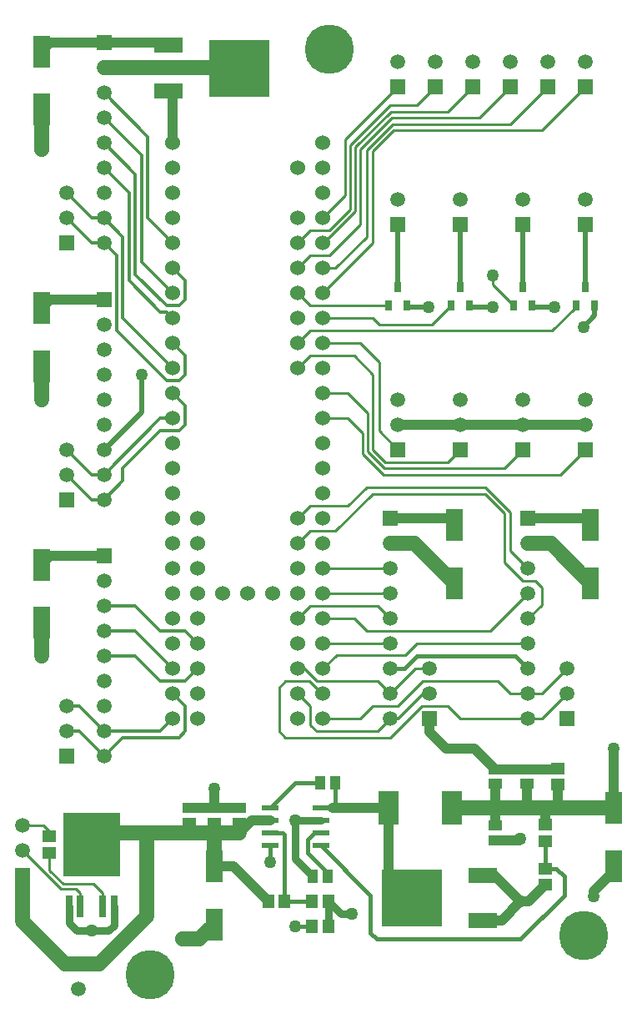
<source format=gtl>
G04*
G04 #@! TF.GenerationSoftware,Altium Limited,Altium Designer,18.0.9 (584)*
G04*
G04 Layer_Physical_Order=1*
G04 Layer_Color=255*
%FSLAX25Y25*%
%MOIN*%
G70*
G01*
G75*
%ADD11C,0.01000*%
%ADD18R,0.07000X0.13000*%
%ADD21R,0.07000X0.02100*%
%ADD32R,0.11811X0.06299*%
%ADD33R,0.24410X0.22835*%
%ADD34R,0.07953X0.13500*%
%ADD35R,0.03150X0.08661*%
%ADD36R,0.22835X0.25197*%
%ADD37R,0.05512X0.04331*%
%ADD38R,0.03150X0.04370*%
%ADD39R,0.05315X0.04528*%
%ADD40R,0.04331X0.05512*%
%ADD41R,0.04528X0.05315*%
%ADD42C,0.04000*%
%ADD43C,0.06000*%
%ADD44C,0.02000*%
%ADD45C,0.03000*%
%ADD46C,0.01500*%
%ADD47C,0.01200*%
%ADD48C,0.06000*%
%ADD49R,0.05906X0.05906*%
%ADD50C,0.05906*%
%ADD51C,0.19685*%
%ADD52C,0.05000*%
D11*
X298228Y159153D02*
Y161122D01*
Y152100D02*
Y159153D01*
X475394Y385925D02*
X483760Y377559D01*
X475394Y385925D02*
Y389764D01*
X451201Y370000D02*
X458760Y377559D01*
X430000Y370000D02*
X451201D01*
X433701Y377500D02*
X433760Y377559D01*
X402500Y377500D02*
X433701D01*
X499154Y367500D02*
X508071Y376417D01*
X402500Y367500D02*
X499154D01*
X319512Y137500D02*
Y143087D01*
X315913Y146685D02*
X319512Y143087D01*
X303643Y146685D02*
X315913D01*
X298228Y152100D02*
X303643Y146685D01*
X308815Y144685D02*
X310535Y142965D01*
X302815Y144685D02*
X308815D01*
X287500Y160000D02*
X302815Y144685D01*
X287500Y170000D02*
X295847D01*
X298228Y167618D01*
X310535Y137500D02*
Y142965D01*
X434473Y205000D02*
X446973Y217500D01*
X392500Y205000D02*
X434473D01*
X446973Y217500D02*
X457500D01*
X462500Y212500D02*
X489500D01*
X457500Y217500D02*
X462500Y212500D01*
X447500Y222500D02*
X450000D01*
X437500Y212500D02*
X447500Y222500D01*
X434500Y212500D02*
X437500D01*
X390000Y207500D02*
X392500Y205000D01*
X402500Y210000D02*
Y217500D01*
Y210000D02*
X405000Y207500D01*
X429500D01*
X434500Y212500D01*
X397500Y222500D02*
X402500Y217500D01*
X429500Y257500D02*
X434500Y252500D01*
X402500Y257500D02*
X429500D01*
X397500Y252500D02*
X402500Y257500D01*
X440547Y238047D02*
X445000Y242500D01*
X413047Y238047D02*
X440547D01*
X445000Y242500D02*
X489500D01*
X407500Y232500D02*
X413047Y238047D01*
X397500Y282500D02*
X402500Y287500D01*
X412500D01*
X427336Y302336D01*
X472336D01*
X397500Y292500D02*
X402500Y297500D01*
X417500D01*
X472336Y302336D02*
X480000Y294672D01*
Y275000D02*
Y294672D01*
Y275000D02*
X487500Y267500D01*
X492500D01*
X495000Y265000D01*
Y258000D02*
Y265000D01*
X489500Y252500D02*
X495000Y258000D01*
X482500Y279500D02*
X489500Y272500D01*
X482500Y279500D02*
Y295000D01*
X472500Y305000D02*
X482500Y295000D01*
X425000Y305000D02*
X472500D01*
X417500Y297500D02*
X425000Y305000D01*
Y247500D02*
X474500D01*
X420000Y252500D02*
X425000Y247500D01*
X407500Y252500D02*
X420000D01*
X474500Y247500D02*
X489500Y262500D01*
X407500Y242500D02*
X434500D01*
X407500Y272500D02*
X434500D01*
X407500Y262500D02*
X434500D01*
X390000Y207500D02*
Y225000D01*
X392500Y227500D01*
X402172D01*
X407172Y222500D01*
X407500D01*
X429500Y227500D02*
X434500Y222500D01*
X405000Y227500D02*
X429500D01*
X400000Y232500D02*
X405000Y227500D01*
X397500Y232500D02*
X400000D01*
X482500Y222500D02*
X489500D01*
X477500Y227500D02*
X482500Y222500D01*
X447500Y227500D02*
X477500D01*
X437500Y217500D02*
X447500Y227500D01*
X444500Y232500D02*
X450000D01*
X434500Y222500D02*
X444500Y232500D01*
X427500Y217500D02*
X437500D01*
X495000Y222500D02*
X505000Y232500D01*
X489500Y222500D02*
X495000D01*
Y212500D02*
X505000Y222500D01*
X489500Y212500D02*
X495000D01*
X422500D02*
X427500Y217500D01*
X407500Y212500D02*
X422500D01*
X434500Y252500D02*
X435350D01*
X397500Y382500D02*
X402500Y377500D01*
X407500Y372500D02*
X427500D01*
X430000Y370000D01*
X416500Y444000D02*
X437500Y465000D01*
X416500Y421500D02*
Y444000D01*
X434343Y457500D02*
X445000D01*
X418500Y441657D02*
X434343Y457500D01*
X407500Y412500D02*
X416500Y421500D01*
X418500Y416000D02*
Y441657D01*
X410000Y407500D02*
X418500Y416000D01*
X420500Y415172D02*
Y440828D01*
X407828Y402500D02*
X420500Y415172D01*
X434672Y455000D02*
X457500D01*
X420500Y440828D02*
X434672Y455000D01*
X495000Y447500D02*
X512500Y465000D01*
X435657Y447500D02*
X495000D01*
X427500Y439343D02*
X435657Y447500D01*
X427500Y402500D02*
Y439343D01*
X407500Y382500D02*
X427500Y402500D01*
X482500Y450000D02*
X497500Y465000D01*
X435328Y450000D02*
X482500D01*
X425000Y439672D02*
X435328Y450000D01*
X425000Y405000D02*
Y439672D01*
X412500Y392500D02*
X425000Y405000D01*
X407500Y392500D02*
X412500D01*
X470000Y452500D02*
X482500Y465000D01*
X435000Y452500D02*
X470000D01*
X422500Y440000D02*
X435000Y452500D01*
X422500Y410000D02*
Y440000D01*
X410000Y397500D02*
X422500Y410000D01*
X402500Y397500D02*
X410000D01*
X397500Y392500D02*
X402500Y397500D01*
X457500Y455000D02*
X467500Y465000D01*
X407500Y402500D02*
X407828D01*
X445000Y457500D02*
X452500Y465000D01*
X402500Y407500D02*
X410000D01*
X397500Y402500D02*
X402500Y407500D01*
X397500Y362500D02*
X402500Y367500D01*
X502500Y310000D02*
X512500Y320000D01*
X431843Y310000D02*
X502500D01*
X423500Y318343D02*
X431843Y310000D01*
X407500Y332500D02*
X417500D01*
X423500Y326500D01*
Y318343D02*
Y326500D01*
X430000Y327500D02*
Y355000D01*
X427500Y320000D02*
Y350000D01*
X425500Y319172D02*
Y334500D01*
X430000Y327500D02*
X437500Y320000D01*
X427500D02*
X432500Y315000D01*
X425500Y319172D02*
X432172Y312500D01*
X407500Y342500D02*
X417500D01*
X425500Y334500D01*
X432172Y312500D02*
X480000D01*
X487500Y320000D01*
X397500Y352500D02*
X402500Y357500D01*
X420000D01*
X427500Y350000D01*
X432500Y315000D02*
X457500D01*
X462500Y320000D01*
X407500Y362500D02*
X422500D01*
X430000Y355000D01*
D18*
X364000Y153650D02*
D03*
Y130350D02*
D03*
X295000Y353350D02*
D03*
Y376650D02*
D03*
Y455850D02*
D03*
Y479150D02*
D03*
Y250850D02*
D03*
Y274150D02*
D03*
X514500Y266700D02*
D03*
Y290000D02*
D03*
X460000Y266700D02*
D03*
Y290000D02*
D03*
X523622Y177004D02*
D03*
Y153704D02*
D03*
D21*
X386400Y177000D02*
D03*
Y172000D02*
D03*
Y167000D02*
D03*
Y162000D02*
D03*
X406600D02*
D03*
Y167000D02*
D03*
Y172000D02*
D03*
Y177000D02*
D03*
D32*
X345669Y481496D02*
D03*
Y463465D02*
D03*
X471500Y150000D02*
D03*
Y131968D02*
D03*
D33*
X374016Y472480D02*
D03*
X443153Y140984D02*
D03*
D34*
X433803Y177000D02*
D03*
X459000D02*
D03*
D35*
X324000Y137500D02*
D03*
X319512D02*
D03*
X310535D02*
D03*
X306047D02*
D03*
D36*
X315024Y162303D02*
D03*
D37*
X489000Y192453D02*
D03*
Y186547D02*
D03*
X476500D02*
D03*
Y192453D02*
D03*
Y169953D02*
D03*
Y164047D02*
D03*
X374000Y177000D02*
D03*
Y171094D02*
D03*
X364000Y177000D02*
D03*
Y171094D02*
D03*
X354000Y177000D02*
D03*
Y171094D02*
D03*
D38*
X516240Y377559D02*
D03*
X508760D02*
D03*
X512500Y385000D02*
D03*
X491240Y377559D02*
D03*
X483760D02*
D03*
X487500Y385000D02*
D03*
X466240Y377559D02*
D03*
X458760D02*
D03*
X462500Y385000D02*
D03*
X441240Y377559D02*
D03*
X433760D02*
D03*
X437500Y385000D02*
D03*
D39*
X298228Y165650D02*
D03*
Y159153D02*
D03*
X501500Y186252D02*
D03*
Y192748D02*
D03*
X496500Y152748D02*
D03*
Y146252D02*
D03*
Y170248D02*
D03*
Y163752D02*
D03*
D40*
X406500Y187000D02*
D03*
X412406D02*
D03*
X403547Y149500D02*
D03*
X409453D02*
D03*
D41*
X392248Y139500D02*
D03*
X385752D02*
D03*
X409748D02*
D03*
X403252D02*
D03*
X409748Y129500D02*
D03*
X403252D02*
D03*
D42*
X374000Y167000D02*
X379000Y172000D01*
X345669Y463465D02*
X347500Y461634D01*
Y442500D02*
Y461634D01*
X344665Y482500D02*
X345669Y481496D01*
X320000Y482500D02*
X344665D01*
X471500Y132000D02*
X479000D01*
X433803Y150397D02*
X443200Y141000D01*
X523622Y151622D02*
Y153543D01*
Y177004D02*
Y200787D01*
X515748Y141732D02*
Y143748D01*
X523622Y151622D01*
X456693Y200787D02*
X468165D01*
X450000Y207480D02*
X456693Y200787D01*
X379000Y172000D02*
X386400D01*
X468165Y200787D02*
X476500Y192453D01*
X450000Y207480D02*
Y212500D01*
X364000Y177000D02*
X374000D01*
X354000D02*
X364000D01*
Y184500D01*
X487500Y330000D02*
X512500D01*
X462500D02*
X487500D01*
X437500D02*
X462500D01*
X433803Y150397D02*
Y177000D01*
X364000Y153650D02*
X371602D01*
X385752Y139500D01*
X501205Y192453D02*
X501500Y192748D01*
X489000Y192453D02*
X501205D01*
X476500D02*
X489000D01*
X486047Y164047D02*
X486500Y164500D01*
X476500Y164047D02*
X486047D01*
X489748Y139500D02*
X496500Y146252D01*
X486500Y139500D02*
X489748D01*
X471500Y150000D02*
X476000D01*
X486500Y139500D01*
X479000Y132000D02*
X486500Y139500D01*
X411500Y177000D02*
X433803D01*
X496500Y170248D02*
Y177000D01*
X501500D02*
Y186252D01*
X489000Y177000D02*
Y186547D01*
X476500Y177000D02*
Y186547D01*
Y169953D02*
Y177000D01*
X457500Y292500D02*
X460000Y290000D01*
X434500Y292500D02*
X457500D01*
X512000D02*
X514500Y290000D01*
X489500Y292500D02*
X512000D01*
X295000Y274150D02*
X298350Y277500D01*
X320000D01*
X295000Y376650D02*
X298350Y380000D01*
X320000D01*
X295000Y479150D02*
X298350Y482500D01*
X320000D01*
D43*
X364000Y167000D02*
X374000D01*
X337000D02*
X364000D01*
X309685Y114567D02*
X309842Y114724D01*
X304433Y114567D02*
X309685D01*
X310000D02*
X318067D01*
X309842Y114724D02*
X310000Y114567D01*
X287500Y131500D02*
X304433Y114567D01*
X318067D02*
X337000Y133500D01*
X373996Y472500D02*
X374016Y472480D01*
X320000Y472500D02*
X373996D01*
X337000Y133500D02*
Y167000D01*
X501500Y177000D02*
X523457D01*
X287500Y131500D02*
Y150000D01*
X319721Y167000D02*
X337000D01*
X315024Y162303D02*
X319721Y167000D01*
X351500Y124500D02*
X358150D01*
X364000Y130350D01*
Y153650D02*
Y167000D01*
X496500Y177000D02*
X501500D01*
X489000D02*
X496500D01*
X476500D02*
X489000D01*
X459000D02*
X476500D01*
X444200Y282500D02*
X460000Y266700D01*
X434500Y282500D02*
X444200D01*
X498700D02*
X514500Y266700D01*
X489500Y282500D02*
X498700D01*
X295000Y440000D02*
Y455850D01*
Y340000D02*
Y353350D01*
Y237500D02*
Y250850D01*
D44*
X466831Y376969D02*
X475394D01*
X466240Y377559D02*
X466831Y376969D01*
X511811Y369094D02*
X516240Y373524D01*
Y377559D01*
X441240D02*
X441831Y376969D01*
X449803D01*
X491240Y377559D02*
X491831Y376969D01*
X500000D01*
X512500Y385000D02*
Y410000D01*
X320000Y320000D02*
X335000Y335000D01*
Y350000D01*
X487500Y385000D02*
Y410000D01*
X462500Y385000D02*
Y410000D01*
X437500Y385000D02*
Y410000D01*
D45*
X314961Y127953D02*
X321850D01*
X324000Y130102D01*
Y137500D01*
X309055Y127953D02*
X314961D01*
X306047Y130961D02*
X309055Y127953D01*
X306047Y130961D02*
Y137500D01*
X409748Y139500D02*
X414748Y134500D01*
X419000D01*
X409748Y129500D02*
Y139500D01*
X396500Y156547D02*
X403547Y149500D01*
X396500Y156547D02*
Y172000D01*
X406600D01*
D46*
X386400Y155400D02*
Y162000D01*
X411500Y177000D02*
X412406Y177906D01*
Y187000D01*
X396400D02*
X406500D01*
X386400Y177000D02*
X396400Y187000D01*
X484500Y237500D02*
X489500Y232500D01*
X445000Y237500D02*
X484500D01*
X440000Y232500D02*
X445000Y237500D01*
X434500Y232500D02*
X440000D01*
X396500Y129500D02*
X403252D01*
X392248Y139500D02*
Y166252D01*
X391500Y167000D02*
X392248Y166252D01*
X401350Y159093D02*
Y164350D01*
X404000Y167000D01*
X406600D01*
X401350Y159093D02*
X409453Y150990D01*
Y149500D02*
Y150990D01*
X386400Y167000D02*
X391500D01*
X392248Y139500D02*
X403252D01*
X496500Y152748D02*
X500752D01*
X504000Y149500D01*
Y142000D02*
Y149500D01*
X486500Y124500D02*
X504000Y142000D01*
X429000Y124500D02*
X486500D01*
X426500Y127000D02*
X429000Y124500D01*
X426500Y127000D02*
Y142100D01*
X496500Y152748D02*
Y163752D01*
X406600Y162000D02*
X426500Y142100D01*
D47*
X352500Y380000D02*
Y387500D01*
X347500Y392500D02*
X352500Y387500D01*
X345000Y375000D02*
X347500Y372500D01*
X342500Y375000D02*
X345000D01*
X330000Y387500D02*
X342500Y375000D01*
X352500Y350000D02*
Y357500D01*
X347500Y362500D02*
X352500Y357500D01*
X305000Y412500D02*
X315000Y402500D01*
X320000D01*
X305000Y422500D02*
X315000Y412500D01*
X320000D01*
X345000Y347500D02*
X350000D01*
X325000Y367500D02*
X345000Y347500D01*
X325000Y367500D02*
Y397500D01*
X350000Y347500D02*
X352500Y350000D01*
X320000Y402500D02*
X325000Y397500D01*
X327500Y372500D02*
X347500Y352500D01*
X327500Y372500D02*
Y405000D01*
X320000Y412500D02*
X327500Y405000D01*
X330000Y387500D02*
Y422500D01*
X320000Y432500D02*
X330000Y422500D01*
X350000Y377500D02*
X352500Y380000D01*
X345000Y377500D02*
X350000D01*
X332500Y390000D02*
X345000Y377500D01*
X332500Y390000D02*
Y430000D01*
X320000Y442500D02*
X332500Y430000D01*
X335000Y395000D02*
X347500Y382500D01*
X335000Y395000D02*
Y437500D01*
X320000Y452500D02*
X335000Y437500D01*
X320000Y462500D02*
X337500Y445000D01*
Y412500D02*
Y445000D01*
Y412500D02*
X347500Y402500D01*
X305000Y310000D02*
X315000Y300000D01*
X320000D01*
X305000Y320000D02*
X315000Y310000D01*
X320000D01*
X347500Y342500D02*
X352500Y337500D01*
Y330000D02*
Y337500D01*
X350000Y327500D02*
X352500Y330000D01*
X342500Y327500D02*
X350000D01*
X327500Y312500D02*
X342500Y327500D01*
X327500Y307500D02*
Y312500D01*
X320000Y300000D02*
X327500Y307500D01*
X342500Y332500D02*
X347500D01*
X320000Y310000D02*
X342500Y332500D01*
X305000Y217500D02*
X310000D01*
X320000Y207500D01*
X347500Y222500D02*
X352500Y217500D01*
Y207500D02*
Y217500D01*
X350000Y205000D02*
X352500Y207500D01*
X327500Y205000D02*
X350000D01*
X320000Y197500D02*
X327500Y205000D01*
X310000Y207500D02*
X320000Y197500D01*
X305000Y207500D02*
X310000D01*
X342500D02*
X347500Y212500D01*
X320000Y207500D02*
X342500D01*
Y227500D02*
X352500D01*
X357500Y232500D01*
X332500Y237500D02*
X342500Y227500D01*
X320000Y237500D02*
X332500D01*
Y247500D02*
X347500Y232500D01*
X320000Y247500D02*
X332500D01*
X352500D02*
X357500Y242500D01*
X342500Y247500D02*
X352500D01*
X332500Y257500D02*
X342500Y247500D01*
X320000Y257500D02*
X332500D01*
D48*
X347500Y312500D02*
D03*
Y322500D02*
D03*
Y332500D02*
D03*
Y342500D02*
D03*
Y352500D02*
D03*
Y362500D02*
D03*
Y372500D02*
D03*
Y382500D02*
D03*
Y392500D02*
D03*
Y402500D02*
D03*
Y412500D02*
D03*
Y422500D02*
D03*
Y432500D02*
D03*
Y442500D02*
D03*
Y302500D02*
D03*
Y292500D02*
D03*
Y282500D02*
D03*
Y272500D02*
D03*
Y262500D02*
D03*
Y252500D02*
D03*
Y242500D02*
D03*
Y232500D02*
D03*
Y222500D02*
D03*
Y212500D02*
D03*
X407500D02*
D03*
Y222500D02*
D03*
Y232500D02*
D03*
Y242500D02*
D03*
Y252500D02*
D03*
Y262500D02*
D03*
Y272500D02*
D03*
Y282500D02*
D03*
Y292500D02*
D03*
Y302500D02*
D03*
Y312500D02*
D03*
Y322500D02*
D03*
Y332500D02*
D03*
Y342500D02*
D03*
Y352500D02*
D03*
Y362500D02*
D03*
Y372500D02*
D03*
Y382500D02*
D03*
Y392500D02*
D03*
Y402500D02*
D03*
Y412500D02*
D03*
Y422500D02*
D03*
Y432500D02*
D03*
Y442500D02*
D03*
X357500Y262500D02*
D03*
X367500D02*
D03*
X377500D02*
D03*
X387500D02*
D03*
X397500D02*
D03*
X357500Y292500D02*
D03*
Y282500D02*
D03*
Y272500D02*
D03*
Y252500D02*
D03*
Y242500D02*
D03*
Y232500D02*
D03*
Y222500D02*
D03*
Y212500D02*
D03*
X397500D02*
D03*
Y222500D02*
D03*
Y232500D02*
D03*
Y242500D02*
D03*
Y252500D02*
D03*
Y272500D02*
D03*
Y282500D02*
D03*
Y292500D02*
D03*
Y352500D02*
D03*
Y362500D02*
D03*
Y372500D02*
D03*
Y382500D02*
D03*
Y392500D02*
D03*
Y402500D02*
D03*
Y412500D02*
D03*
Y432500D02*
D03*
X351500Y124500D02*
D03*
X295000Y440000D02*
D03*
D49*
X309842Y114724D02*
D03*
X434500Y292500D02*
D03*
X450000Y212500D02*
D03*
X437500Y465000D02*
D03*
X287500Y150000D02*
D03*
X489500Y292500D02*
D03*
X505000Y212500D02*
D03*
X320000Y277500D02*
D03*
X305000Y197500D02*
D03*
X320000Y380000D02*
D03*
X305000Y300000D02*
D03*
X320000Y482500D02*
D03*
X305000Y402500D02*
D03*
X512500Y320000D02*
D03*
X487500D02*
D03*
X462500D02*
D03*
X437500D02*
D03*
X512500Y410000D02*
D03*
X487500D02*
D03*
X462500D02*
D03*
X437500D02*
D03*
X512500Y465000D02*
D03*
X482500D02*
D03*
X497500D02*
D03*
X452500D02*
D03*
X467500D02*
D03*
D50*
X309842Y104724D02*
D03*
X434500Y272500D02*
D03*
Y262500D02*
D03*
Y252500D02*
D03*
Y242500D02*
D03*
Y232500D02*
D03*
Y222500D02*
D03*
Y212500D02*
D03*
Y282500D02*
D03*
X450000Y222500D02*
D03*
Y232500D02*
D03*
X437500Y475000D02*
D03*
X287500Y160000D02*
D03*
Y170000D02*
D03*
X489500Y282500D02*
D03*
Y212500D02*
D03*
Y222500D02*
D03*
Y232500D02*
D03*
Y242500D02*
D03*
Y252500D02*
D03*
Y262500D02*
D03*
Y272500D02*
D03*
X505000Y232500D02*
D03*
Y222500D02*
D03*
X320000Y267500D02*
D03*
Y197500D02*
D03*
Y207500D02*
D03*
Y217500D02*
D03*
Y227500D02*
D03*
Y237500D02*
D03*
Y247500D02*
D03*
Y257500D02*
D03*
X305000Y217500D02*
D03*
Y207500D02*
D03*
X320000Y370000D02*
D03*
Y300000D02*
D03*
Y310000D02*
D03*
Y320000D02*
D03*
Y330000D02*
D03*
Y340000D02*
D03*
Y350000D02*
D03*
Y360000D02*
D03*
X305000Y320000D02*
D03*
Y310000D02*
D03*
X320000Y472500D02*
D03*
Y402500D02*
D03*
Y412500D02*
D03*
Y422500D02*
D03*
Y432500D02*
D03*
Y442500D02*
D03*
Y452500D02*
D03*
Y462500D02*
D03*
X305000Y422500D02*
D03*
Y412500D02*
D03*
X512500Y330000D02*
D03*
Y340000D02*
D03*
X487500Y330000D02*
D03*
Y340000D02*
D03*
X462500Y330000D02*
D03*
Y340000D02*
D03*
X437500Y330000D02*
D03*
Y340000D02*
D03*
X512500Y420000D02*
D03*
X487500D02*
D03*
X462500D02*
D03*
X437500D02*
D03*
X512500Y475000D02*
D03*
X482500D02*
D03*
X497500D02*
D03*
X452500D02*
D03*
X467500D02*
D03*
D51*
X511811Y125984D02*
D03*
X410000Y480000D02*
D03*
X338583Y110236D02*
D03*
D52*
X523622Y200787D02*
D03*
X515748Y141732D02*
D03*
X475394Y376969D02*
D03*
X511811Y369094D02*
D03*
X500000Y376969D02*
D03*
X449803D02*
D03*
X475394Y389764D02*
D03*
X314961Y127953D02*
D03*
X386400Y155400D02*
D03*
X335000Y350000D02*
D03*
X396500Y129500D02*
D03*
X486500Y164500D02*
D03*
Y139500D02*
D03*
X419000Y134500D02*
D03*
X364000Y184500D02*
D03*
X396500Y172000D02*
D03*
X295000Y340000D02*
D03*
Y237500D02*
D03*
M02*

</source>
